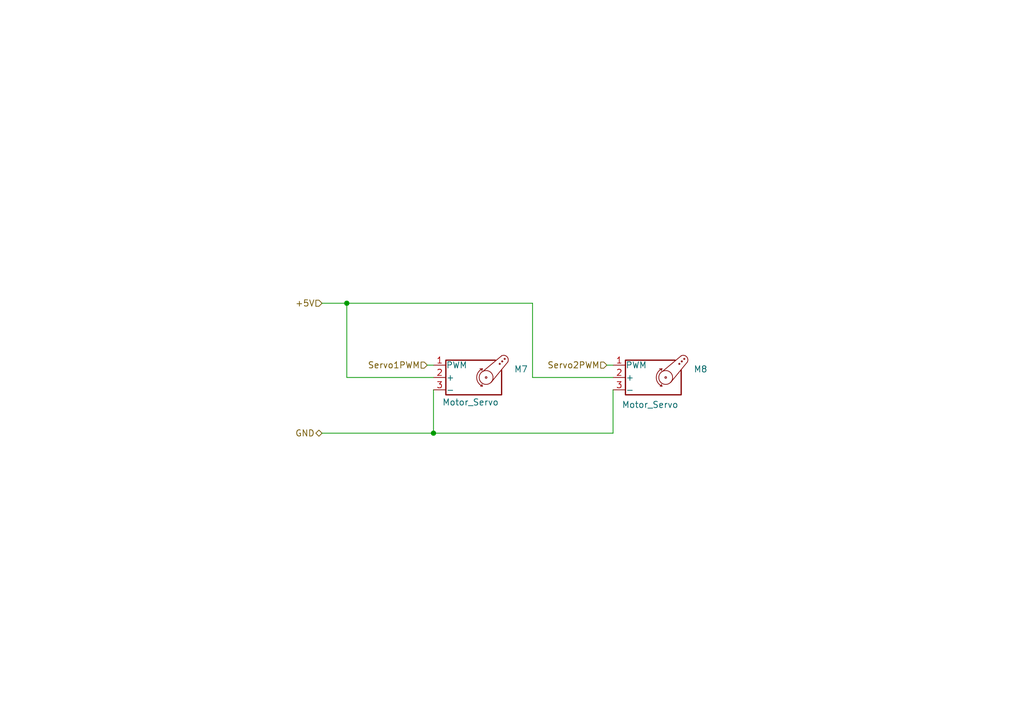
<source format=kicad_sch>
(kicad_sch
	(version 20231120)
	(generator "eeschema")
	(generator_version "8.0")
	(uuid "54888be5-0738-4585-84d3-951e60f2808f")
	(paper "A5")
	(title_block
		(title "Servo motors")
		(date "2024-12-28")
	)
	(lib_symbols
		(symbol "Motor:Motor_Servo"
			(pin_names
				(offset 0.0254)
			)
			(exclude_from_sim no)
			(in_bom yes)
			(on_board yes)
			(property "Reference" "M"
				(at -5.08 4.445 0)
				(effects
					(font
						(size 1.27 1.27)
					)
					(justify left)
				)
			)
			(property "Value" "Motor_Servo"
				(at -5.08 -4.064 0)
				(effects
					(font
						(size 1.27 1.27)
					)
					(justify left top)
				)
			)
			(property "Footprint" ""
				(at 0 -4.826 0)
				(effects
					(font
						(size 1.27 1.27)
					)
					(hide yes)
				)
			)
			(property "Datasheet" "http://forums.parallax.com/uploads/attachments/46831/74481.png"
				(at 0 -4.826 0)
				(effects
					(font
						(size 1.27 1.27)
					)
					(hide yes)
				)
			)
			(property "Description" "Servo Motor (Futaba, HiTec, JR connector)"
				(at 0 0 0)
				(effects
					(font
						(size 1.27 1.27)
					)
					(hide yes)
				)
			)
			(property "ki_keywords" "Servo Motor"
				(at 0 0 0)
				(effects
					(font
						(size 1.27 1.27)
					)
					(hide yes)
				)
			)
			(property "ki_fp_filters" "PinHeader*P2.54mm*"
				(at 0 0 0)
				(effects
					(font
						(size 1.27 1.27)
					)
					(hide yes)
				)
			)
			(symbol "Motor_Servo_0_1"
				(polyline
					(pts
						(xy 2.413 -1.778) (xy 2.032 -1.778)
					)
					(stroke
						(width 0)
						(type default)
					)
					(fill
						(type none)
					)
				)
				(polyline
					(pts
						(xy 2.413 -1.778) (xy 2.286 -1.397)
					)
					(stroke
						(width 0)
						(type default)
					)
					(fill
						(type none)
					)
				)
				(polyline
					(pts
						(xy 2.413 1.778) (xy 1.905 1.778)
					)
					(stroke
						(width 0)
						(type default)
					)
					(fill
						(type none)
					)
				)
				(polyline
					(pts
						(xy 2.413 1.778) (xy 2.286 1.397)
					)
					(stroke
						(width 0)
						(type default)
					)
					(fill
						(type none)
					)
				)
				(polyline
					(pts
						(xy 6.35 4.445) (xy 2.54 1.27)
					)
					(stroke
						(width 0)
						(type default)
					)
					(fill
						(type none)
					)
				)
				(polyline
					(pts
						(xy 7.62 3.175) (xy 4.191 -1.016)
					)
					(stroke
						(width 0)
						(type default)
					)
					(fill
						(type none)
					)
				)
				(polyline
					(pts
						(xy 5.08 3.556) (xy -5.08 3.556) (xy -5.08 -3.556) (xy 6.35 -3.556) (xy 6.35 1.524)
					)
					(stroke
						(width 0.254)
						(type default)
					)
					(fill
						(type none)
					)
				)
				(arc
					(start 2.413 1.778)
					(mid 1.2406 0)
					(end 2.413 -1.778)
					(stroke
						(width 0)
						(type default)
					)
					(fill
						(type none)
					)
				)
				(circle
					(center 3.175 0)
					(radius 0.1778)
					(stroke
						(width 0)
						(type default)
					)
					(fill
						(type none)
					)
				)
				(circle
					(center 3.175 0)
					(radius 1.4224)
					(stroke
						(width 0)
						(type default)
					)
					(fill
						(type none)
					)
				)
				(circle
					(center 5.969 2.794)
					(radius 0.127)
					(stroke
						(width 0)
						(type default)
					)
					(fill
						(type none)
					)
				)
				(circle
					(center 6.477 3.302)
					(radius 0.127)
					(stroke
						(width 0)
						(type default)
					)
					(fill
						(type none)
					)
				)
				(circle
					(center 6.985 3.81)
					(radius 0.127)
					(stroke
						(width 0)
						(type default)
					)
					(fill
						(type none)
					)
				)
				(arc
					(start 7.62 3.175)
					(mid 7.4485 4.2735)
					(end 6.35 4.445)
					(stroke
						(width 0)
						(type default)
					)
					(fill
						(type none)
					)
				)
			)
			(symbol "Motor_Servo_1_1"
				(pin passive line
					(at -7.62 2.54 0)
					(length 2.54)
					(name "PWM"
						(effects
							(font
								(size 1.27 1.27)
							)
						)
					)
					(number "1"
						(effects
							(font
								(size 1.27 1.27)
							)
						)
					)
				)
				(pin passive line
					(at -7.62 0 0)
					(length 2.54)
					(name "+"
						(effects
							(font
								(size 1.27 1.27)
							)
						)
					)
					(number "2"
						(effects
							(font
								(size 1.27 1.27)
							)
						)
					)
				)
				(pin passive line
					(at -7.62 -2.54 0)
					(length 2.54)
					(name "-"
						(effects
							(font
								(size 1.27 1.27)
							)
						)
					)
					(number "3"
						(effects
							(font
								(size 1.27 1.27)
							)
						)
					)
				)
			)
		)
	)
	(junction
		(at 88.9 88.9)
		(diameter 0)
		(color 0 0 0 0)
		(uuid "bdca22d3-b0aa-4678-8f17-0f97c713c10f")
	)
	(junction
		(at 71.12 62.23)
		(diameter 0)
		(color 0 0 0 0)
		(uuid "fea00a34-d03b-4e81-9784-4b2f038ecf67")
	)
	(wire
		(pts
			(xy 66.04 88.9) (xy 88.9 88.9)
		)
		(stroke
			(width 0)
			(type default)
		)
		(uuid "005df908-df2f-454b-86fe-127545a88616")
	)
	(wire
		(pts
			(xy 109.22 77.47) (xy 125.73 77.47)
		)
		(stroke
			(width 0)
			(type default)
		)
		(uuid "3b02b51b-445a-4c00-8289-dde6e642366c")
	)
	(wire
		(pts
			(xy 125.73 88.9) (xy 125.73 80.01)
		)
		(stroke
			(width 0)
			(type default)
		)
		(uuid "51089137-86ba-4777-9019-616918535259")
	)
	(wire
		(pts
			(xy 71.12 62.23) (xy 71.12 77.47)
		)
		(stroke
			(width 0)
			(type default)
		)
		(uuid "7e06c7df-597b-42ab-af67-910bbe5f9976")
	)
	(wire
		(pts
			(xy 66.04 62.23) (xy 71.12 62.23)
		)
		(stroke
			(width 0)
			(type default)
		)
		(uuid "94c4f6ae-8d55-40e4-8b12-2c57478cce60")
	)
	(wire
		(pts
			(xy 71.12 77.47) (xy 88.9 77.47)
		)
		(stroke
			(width 0)
			(type default)
		)
		(uuid "a7b5e0ca-92bc-42d3-91ae-d916de9de406")
	)
	(wire
		(pts
			(xy 88.9 88.9) (xy 125.73 88.9)
		)
		(stroke
			(width 0)
			(type default)
		)
		(uuid "a7f13244-c80a-4d93-955c-a9b64eb435da")
	)
	(wire
		(pts
			(xy 71.12 62.23) (xy 109.22 62.23)
		)
		(stroke
			(width 0)
			(type default)
		)
		(uuid "b06fcff5-c681-49be-94b9-b1f957b84981")
	)
	(wire
		(pts
			(xy 87.63 74.93) (xy 88.9 74.93)
		)
		(stroke
			(width 0)
			(type default)
		)
		(uuid "bc792062-929d-4518-8a88-db597c7ad2dc")
	)
	(wire
		(pts
			(xy 109.22 62.23) (xy 109.22 77.47)
		)
		(stroke
			(width 0)
			(type default)
		)
		(uuid "cb4aa3de-52dd-456a-9e04-83679bc0cd70")
	)
	(wire
		(pts
			(xy 88.9 80.01) (xy 88.9 88.9)
		)
		(stroke
			(width 0)
			(type default)
		)
		(uuid "d3122ad3-d9d3-45ce-a469-91569cc4ca97")
	)
	(wire
		(pts
			(xy 124.46 74.93) (xy 125.73 74.93)
		)
		(stroke
			(width 0)
			(type default)
		)
		(uuid "d39f3f18-b0b2-4aa2-948a-a161a9bed5c7")
	)
	(hierarchical_label "+5V"
		(shape input)
		(at 66.04 62.23 180)
		(fields_autoplaced yes)
		(effects
			(font
				(size 1.27 1.27)
			)
			(justify right)
		)
		(uuid "2c6a8b78-7f23-41ed-8a4c-76b143b7c1f9")
	)
	(hierarchical_label "Servo2PWM"
		(shape input)
		(at 124.46 74.93 180)
		(fields_autoplaced yes)
		(effects
			(font
				(size 1.27 1.27)
			)
			(justify right)
		)
		(uuid "b9cec7b8-ccbe-4a70-9a90-75a126a13273")
	)
	(hierarchical_label "Servo1PWM"
		(shape input)
		(at 87.63 74.93 180)
		(fields_autoplaced yes)
		(effects
			(font
				(size 1.27 1.27)
			)
			(justify right)
		)
		(uuid "bea8dedf-1386-4410-9251-264ef83d6052")
	)
	(hierarchical_label "GND"
		(shape bidirectional)
		(at 66.04 88.9 180)
		(fields_autoplaced yes)
		(effects
			(font
				(size 1.27 1.27)
			)
			(justify right)
		)
		(uuid "c23ef2d1-6acc-4621-9067-12a47885af90")
	)
	(symbol
		(lib_id "Motor:Motor_Servo")
		(at 96.52 77.47 0)
		(unit 1)
		(exclude_from_sim no)
		(in_bom yes)
		(on_board yes)
		(dnp no)
		(uuid "1e6cdc44-36b5-467c-a8a6-4a7adf592d10")
		(property "Reference" "M7"
			(at 105.41 75.7665 0)
			(effects
				(font
					(size 1.27 1.27)
				)
				(justify left)
			)
		)
		(property "Value" "Motor_Servo"
			(at 90.678 82.55 0)
			(effects
				(font
					(size 1.27 1.27)
				)
				(justify left)
			)
		)
		(property "Footprint" "Library:SERVO"
			(at 96.52 82.296 0)
			(effects
				(font
					(size 1.27 1.27)
				)
				(hide yes)
			)
		)
		(property "Datasheet" "http://forums.parallax.com/uploads/attachments/46831/74481.png"
			(at 96.52 82.296 0)
			(effects
				(font
					(size 1.27 1.27)
				)
				(hide yes)
			)
		)
		(property "Description" "Servo Motor (Futaba, HiTec, JR connector)"
			(at 96.52 77.47 0)
			(effects
				(font
					(size 1.27 1.27)
				)
				(hide yes)
			)
		)
		(pin "1"
			(uuid "3bff373d-ac5e-45e5-89a9-ced10c96c66d")
		)
		(pin "2"
			(uuid "1c689ba1-f343-4b50-a77a-5826d7e94049")
		)
		(pin "3"
			(uuid "4861d5f9-d457-42ab-b585-0684ed54dd4c")
		)
		(instances
			(project "Tester_circut"
				(path "/e9d51b57-f7f4-4dc8-a5d5-c432dd7d472e/d6c289aa-38f6-49f5-aa6a-9bcca512ea58"
					(reference "M7")
					(unit 1)
				)
			)
		)
	)
	(symbol
		(lib_id "Motor:Motor_Servo")
		(at 133.35 77.47 0)
		(unit 1)
		(exclude_from_sim no)
		(in_bom yes)
		(on_board yes)
		(dnp no)
		(uuid "bd26855e-cdb7-4b01-a46f-dca6fe8abe99")
		(property "Reference" "M8"
			(at 142.24 75.7665 0)
			(effects
				(font
					(size 1.27 1.27)
				)
				(justify left)
			)
		)
		(property "Value" "Motor_Servo"
			(at 127.508 83.058 0)
			(effects
				(font
					(size 1.27 1.27)
				)
				(justify left)
			)
		)
		(property "Footprint" "Library:SERVO"
			(at 133.35 82.296 0)
			(effects
				(font
					(size 1.27 1.27)
				)
				(hide yes)
			)
		)
		(property "Datasheet" "http://forums.parallax.com/uploads/attachments/46831/74481.png"
			(at 133.35 82.296 0)
			(effects
				(font
					(size 1.27 1.27)
				)
				(hide yes)
			)
		)
		(property "Description" "Servo Motor (Futaba, HiTec, JR connector)"
			(at 133.35 77.47 0)
			(effects
				(font
					(size 1.27 1.27)
				)
				(hide yes)
			)
		)
		(pin "1"
			(uuid "e0edaf2b-3e1a-41b4-9bb0-291f13809e23")
		)
		(pin "2"
			(uuid "f0101909-a142-4003-9ade-978829a6eb54")
		)
		(pin "3"
			(uuid "3a3279ab-3074-45e6-a197-8e4c57a79b3c")
		)
		(instances
			(project "Tester_circut"
				(path "/e9d51b57-f7f4-4dc8-a5d5-c432dd7d472e/d6c289aa-38f6-49f5-aa6a-9bcca512ea58"
					(reference "M8")
					(unit 1)
				)
			)
		)
	)
)

</source>
